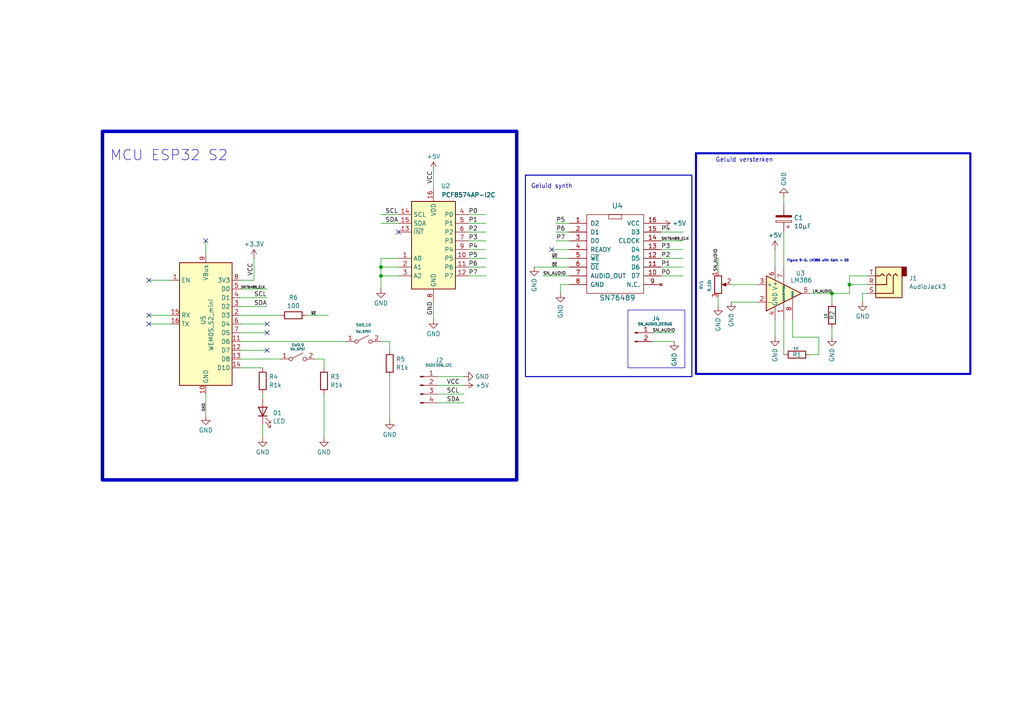
<source format=kicad_sch>
(kicad_sch (version 20250114) (generator "eeschema") (generator_version "9.0")
  (paper "A4")
  (title_block (title "SN76489 midi synth") (date "2026-01-09") (rev "0.1") (company "Easlyab4kids"))
  (lib_symbols
    (symbol "Amplifier_Audio:LM386" (pin_names (offset 0.127))
      (property "Reference" "U" (at 1.27 7.62 0))
      (property "Value" "LM386" (at 1.27 5.08 0))
      (symbol "LM386_0_1"
        (polyline (pts (xy 5.08 0) (xy -5.08 5.08) (xy -5.08 -5.08) (xy 5.08 0)) (stroke (width 0.254)) (fill (type background)))
      )
      (symbol "LM386_1_1"
        (pin input line (at -7.62 2.54 0) (length 2.54) (name "+") (number "3"))
        (pin input line (at -7.62 -2.54 0) (length 2.54) (name "-") (number "2"))
        (pin power_in line (at -2.54 7.62 270) (length 3.81) (name "V+") (number "6"))
        (pin power_in line (at -2.54 -7.62 90) (length 3.81) (name "GND") (number "4"))
        (pin input line (at 0 7.62 270) (length 5.08) (name "BYPASS") (number "7"))
        (pin input line (at 0 -7.62 90) (length 5.08) (name "GAIN") (number "1"))
        (pin input line (at 2.54 -7.62 90) (length 6.35) (name "GAIN") (number "8"))
        (pin output line (at 7.62 0 180) (length 2.54) (name "~") (number "5"))
      )
    )
    (symbol "Connector:Conn_01x02_Pin" (pin_names (offset 1.016) (hide yes))
      (property "Reference" "J" (at 0 2.54 0))
      (property "Value" "Conn_01x02_Pin" (at 0 -5.08 0))
      (symbol "Conn_01x02_Pin_1_1"
        (rectangle (start 0.8636 0.127) (end 0 -0.127) (stroke (width 0.1524)) (fill (type outline)))
        (rectangle (start 0.8636 -2.413) (end 0 -2.667) (stroke (width 0.1524)) (fill (type outline)))
        (polyline (pts (xy 1.27 0) (xy 0.8636 0)) (stroke (width 0.1524)))
        (polyline (pts (xy 1.27 -2.54) (xy 0.8636 -2.54)) (stroke (width 0.1524)))
        (pin passive line (at 5.08 0 180) (length 3.81) (name "Pin_1") (number "1"))
        (pin passive line (at 5.08 -2.54 180) (length 3.81) (name "Pin_2") (number "2"))
      )
    )
    (symbol "Connector:Conn_01x04_Pin" (pin_names (offset 1.016) (hide yes))
      (property "Reference" "J" (at 0 5.08 0))
      (property "Value" "Conn_01x04_Pin" (at 0 -7.62 0))
      (symbol "Conn_01x04_Pin_1_1"
        (rectangle (start 0.8636 2.667) (end 0 2.413) (stroke (width 0.1524)) (fill (type outline)))
        (rectangle (start 0.8636 0.127) (end 0 -0.127) (stroke (width 0.1524)) (fill (type outline)))
        (rectangle (start 0.8636 -2.413) (end 0 -2.667) (stroke (width 0.1524)) (fill (type outline)))
        (rectangle (start 0.8636 -4.953) (end 0 -5.207) (stroke (width 0.1524)) (fill (type outline)))
        (polyline (pts (xy 1.27 2.54) (xy 0.8636 2.54)) (stroke (width 0.1524)))
        (polyline (pts (xy 1.27 0) (xy 0.8636 0)) (stroke (width 0.1524)))
        (polyline (pts (xy 1.27 -2.54) (xy 0.8636 -2.54)) (stroke (width 0.1524)))
        (polyline (pts (xy 1.27 -5.08) (xy 0.8636 -5.08)) (stroke (width 0.1524)))
        (pin passive line (at 5.08 2.54 180) (length 3.81) (name "Pin_1") (number "1"))
        (pin passive line (at 5.08 0 180) (length 3.81) (name "Pin_2") (number "2"))
        (pin passive line (at 5.08 -2.54 180) (length 3.81) (name "Pin_3") (number "3"))
        (pin passive line (at 5.08 -5.08 180) (length 3.81) (name "Pin_4") (number "4"))
      )
    )
    (symbol "Connector_Audio:AudioJack3"
      (property "Reference" "J" (at 0 8.89 0))
      (property "Value" "AudioJack3" (at 0 6.35 0))
      (symbol "AudioJack3_0_1"
        (rectangle (start -5.08 -5.08) (end -6.35 -2.54) (stroke (width 0.254)) (fill (type outline)))
        (polyline (pts (xy -1.905 -2.54) (xy -1.27 -3.175) (xy -0.635 -2.54) (xy -0.635 0) (xy 2.54 0)) (stroke (width 0.254)))
        (polyline (pts (xy 0 -2.54) (xy 0.635 -3.175) (xy 1.27 -2.54) (xy 2.54 -2.54)) (stroke (width 0.254)))
        (rectangle (start 2.54 3.81) (end -5.08 -5.08) (stroke (width 0.254)) (fill (type background)))
        (polyline (pts (xy 2.54 2.54) (xy -2.54 2.54) (xy -2.54 -2.54) (xy -3.175 -3.175) (xy -3.81 -2.54)) (stroke (width 0.254)))
      )
      (symbol "AudioJack3_1_1"
        (pin passive line (at 5.08 2.54 180) (length 2.54) (name "~") (number "S"))
        (pin passive line (at 5.08 0 180) (length 2.54) (name "~") (number "R"))
        (pin passive line (at 5.08 -2.54 180) (length 2.54) (name "~") (number "T"))
      )
    )
    (symbol "Device:C_Polarized" (pin_numbers (hide yes)) (pin_names (offset 0.254))
      (property "Reference" "C" (at 0.635 2.54 0))
      (property "Value" "C_Polarized" (at 0.635 -2.54 0))
      (symbol "C_Polarized_0_1"
        (rectangle (start -2.286 0.508) (end 2.286 1.016))
        (polyline (pts (xy -1.778 2.286) (xy -0.762 2.286)))
        (polyline (pts (xy -1.27 2.794) (xy -1.27 1.778)))
        (rectangle (start 2.286 -0.508) (end -2.286 -1.016) (fill (type outline)))
      )
      (symbol "C_Polarized_1_1"
        (pin passive line (at 0 3.81 270) (length 2.794) (name "~") (number "1"))
        (pin passive line (at 0 -3.81 90) (length 2.794) (name "~") (number "2"))
      )
    )
    (symbol "Device:LED" (pin_numbers (hide yes)) (pin_names (offset 1.016) (hide yes))
      (property "Reference" "D" (at 0 2.54 0))
      (property "Value" "LED" (at 0 -2.54 0))
      (symbol "LED_0_1"
        (polyline (pts (xy -3.048 -0.762) (xy -4.572 -2.286) (xy -3.81 -2.286) (xy -4.572 -2.286) (xy -4.572 -1.524)))
        (polyline (pts (xy -1.778 -0.762) (xy -3.302 -2.286) (xy -2.54 -2.286) (xy -3.302 -2.286) (xy -3.302 -1.524)))
        (polyline (pts (xy -1.27 0) (xy 1.27 0)))
        (polyline (pts (xy -1.27 -1.27) (xy -1.27 1.27)) (stroke (width 0.254)))
        (polyline (pts (xy 1.27 -1.27) (xy 1.27 1.27) (xy -1.27 0) (xy 1.27 -1.27)) (stroke (width 0.254)))
      )
      (symbol "LED_1_1"
        (pin passive line (at -3.81 0 0) (length 2.54) (name "K") (number "1"))
        (pin passive line (at 3.81 0 180) (length 2.54) (name "A") (number "2"))
      )
    )
    (symbol "Device:R" (pin_numbers (hide yes)) (pin_names (offset 0))
      (property "Reference" "R" (at 2.032 0 90))
      (property "Value" "R" (at 0 0 90))
      (symbol "R_0_1"
        (rectangle (start -1.016 -2.54) (end 1.016 2.54) (stroke (width 0.254)))
      )
      (symbol "R_1_1"
        (pin passive line (at 0 3.81 270) (length 1.27) (name "~") (number "1"))
        (pin passive line (at 0 -3.81 90) (length 1.27) (name "~") (number "2"))
      )
    )
    (symbol "Device:R_Potentiometer" (pin_names (offset 1.016) (hide yes))
      (property "Reference" "RV" (at -4.445 0 90))
      (property "Value" "R_Potentiometer" (at -2.54 0 90))
      (symbol "R_Potentiometer_0_1"
        (rectangle (start 1.016 2.54) (end -1.016 -2.54) (stroke (width 0.254)))
        (polyline (pts (xy 1.143 0) (xy 2.286 0.508) (xy 2.286 -0.508) (xy 1.143 0)) (fill (type outline)))
        (polyline (pts (xy 2.54 0) (xy 1.524 0)))
      )
      (symbol "R_Potentiometer_1_1"
        (pin passive line (at 0 3.81 270) (length 1.27) (name "1") (number "1"))
        (pin passive line (at 0 -3.81 90) (length 1.27) (name "3") (number "3"))
        (pin passive line (at 3.81 0 180) (length 1.27) (name "2") (number "2"))
      )
    )
    (symbol "Interface_Expansion:PCF8574AP"
      (property "Reference" "U" (at -6.35 12.954 0))
      (property "Value" "PCF8574AP" (at 3.048 12.954 0))
      (symbol "PCF8574AP_0_1"
        (rectangle (start -6.35 -13.97) (end 6.35 11.43) (stroke (width 0.254)) (fill (type background)))
      )
      (symbol "PCF8574AP_1_1"
        (pin input line (at -10.16 7.62 0) (length 3.81) (name "SCL") (number "14"))
        (pin bidirectional line (at -10.16 5.08 0) (length 3.81) (name "SDA") (number "15"))
        (pin open_collector line (at -10.16 2.54 0) (length 3.81) (name "~{INT}") (number "13"))
        (pin input line (at -10.16 -5.08 0) (length 3.81) (name "A0") (number "1"))
        (pin input line (at -10.16 -7.62 0) (length 3.81) (name "A1") (number "2"))
        (pin input line (at -10.16 -10.16 0) (length 3.81) (name "A2") (number "3"))
        (pin power_in line (at 0 15.24 270) (length 3.81) (name "VDD") (number "16"))
        (pin power_in line (at 0 -17.78 90) (length 3.81) (name "GND") (number "8"))
        (pin bidirectional line (at 10.16 7.62 180) (length 3.81) (name "P0") (number "4"))
        (pin bidirectional line (at 10.16 5.08 180) (length 3.81) (name "P1") (number "5"))
        (pin bidirectional line (at 10.16 2.54 180) (length 3.81) (name "P2") (number "6"))
        (pin bidirectional line (at 10.16 0 180) (length 3.81) (name "P3") (number "7"))
        (pin bidirectional line (at 10.16 -2.54 180) (length 3.81) (name "P4") (number "9"))
        (pin bidirectional line (at 10.16 -5.08 180) (length 3.81) (name "P5") (number "10"))
        (pin bidirectional line (at 10.16 -7.62 180) (length 3.81) (name "P6") (number "11"))
        (pin bidirectional line (at 10.16 -10.16 180) (length 3.81) (name "P7") (number "12"))
      )
    )
    (symbol "RF_Module:WEMOS_C3_mini"
      (property "Reference" "U" (at 3.81 19.05 0))
      (property "Value" "WEMOS_C3_mini" (at 1.27 -19.05 0))
      (symbol "WEMOS_C3_mini_1_1"
        (rectangle (start -7.62 17.78) (end 7.62 -17.78) (stroke (width 0.254)) (fill (type background)))
        (pin input line (at -10.16 12.7 0) (length 2.54) (name "EN") (number "1"))
        (pin input line (at -10.16 2.54 0) (length 2.54) (name "RX") (number "15"))
        (pin output line (at -10.16 0 0) (length 2.54) (name "TX") (number "16"))
        (pin power_in line (at 0 20.32 270) (length 2.54) (name "VBus") (number "9"))
        (pin power_in line (at 0 -20.32 90) (length 2.54) (name "GND") (number "10"))
        (pin power_out line (at 10.16 12.7 180) (length 2.54) (name "3V3") (number "8"))
        (pin bidirectional line (at 10.16 10.16 180) (length 2.54) (name "D0") (number "5"))
        (pin bidirectional line (at 10.16 7.62 180) (length 2.54) (name "D1") (number "4"))
        (pin bidirectional line (at 10.16 5.08 180) (length 2.54) (name "D2") (number "3"))
        (pin bidirectional line (at 10.16 2.54 180) (length 2.54) (name "D3") (number "2"))
        (pin bidirectional line (at 10.16 0 180) (length 2.54) (name "D4") (number "6"))
        (pin bidirectional line (at 10.16 -2.54 180) (length 2.54) (name "D5") (number "7"))
        (pin bidirectional line (at 10.16 -5.08 180) (length 2.54) (name "D6") (number "11"))
        (pin bidirectional line (at 10.16 -7.62 180) (length 2.54) (name "D7") (number "12"))
        (pin bidirectional line (at 10.16 -10.16 180) (length 2.54) (name "D8") (number "13"))
        (pin bidirectional line (at 10.16 -12.7 180) (length 2.54) (name "D10") (number "14"))
      )
    )
    (symbol "Switch:SW_SPST" (pin_names (offset 0) (hide yes))
      (property "Reference" "SW" (at 0 3.175 0))
      (property "Value" "SW_SPST" (at 0 -2.54 0))
      (symbol "SW_SPST_0_0"
        (circle (center -2.032 0) (radius 0.508))
        (polyline (pts (xy -1.524 0.254) (xy 1.524 1.778)))
        (circle (center 2.032 0) (radius 0.508))
      )
      (symbol "SW_SPST_1_1"
        (pin passive line (at -5.08 0 0) (length 2.54) (name "A") (number "1"))
        (pin passive line (at 5.08 0 180) (length 2.54) (name "B") (number "2"))
      )
    )
    (symbol "easylab4kids:SN76489" (pin_names (offset 1.016))
      (property "Reference" "U" (at 0 13.97 0))
      (property "Value" "SN76489" (at 0 -12.7 0))
      (symbol "SN76489_0_1"
        (rectangle (start -8.89 11.43) (end 7.62 -11.43))
        (rectangle (start -2.54 11.43) (end 1.27 10.16))
      )
      (symbol "SN76489_1_1"
        (pin input line (at -13.97 8.89 0) (length 5.08) (name "D2") (number "1"))
        (pin input line (at -13.97 6.35 0) (length 5.08) (name "D1") (number "2"))
        (pin output line (at -13.97 3.81 0) (length 5.08) (name "D0") (number "3"))
        (pin power_out line (at -13.97 1.27 0) (length 5.08) (name "READY") (number "4"))
        (pin power_in line (at -13.97 -1.27 0) (length 5.08) (name "~{WE}") (number "5"))
        (pin power_in line (at -13.97 -3.81 0) (length 5.08) (name "~{OE}") (number "6"))
        (pin input line (at -13.97 -6.35 0) (length 5.08) (name "AUDIO_OUT") (number "7"))
        (pin power_in line (at -13.97 -8.89 0) (length 5.08) (name "GND") (number "8"))
        (pin power_in line (at 12.7 8.89 180) (length 5.08) (name "VCC") (number "16"))
        (pin input line (at 12.7 6.35 180) (length 5.08) (name "D3") (number "15"))
        (pin input line (at 12.7 3.81 180) (length 5.08) (name "CLOCK") (number "14"))
        (pin input line (at 12.7 1.27 180) (length 5.08) (name "D4") (number "13"))
        (pin input line (at 12.7 -1.27 180) (length 5.08) (name "D5") (number "12"))
        (pin input line (at 12.7 -3.81 180) (length 5.08) (name "D6") (number "11"))
        (pin input line (at 12.7 -6.35 180) (length 5.08) (name "D7") (number "10"))
        (pin no_connect line (at 12.7 -8.89 180) (length 5.08) (name "N.C.") (number "9"))
      )
    )
    (symbol "power:+3.3V" (power) (pin_numbers (hide yes)) (pin_names (offset 0) (hide yes))
      (property "Value" "+3.3V" (at 0 3.556 0))
      (symbol "+3.3V_0_1"
        (polyline (pts (xy -0.762 1.27) (xy 0 2.54)))
        (polyline (pts (xy 0 2.54) (xy 0.762 1.27)))
        (polyline (pts (xy 0 0) (xy 0 2.54)))
      )
      (symbol "+3.3V_1_1"
        (pin power_in line (at 0 0 90) (length 0) (name "~") (number "1"))
      )
    )
    (symbol "power:+5V" (power) (pin_numbers (hide yes)) (pin_names (offset 0) (hide yes))
      (property "Value" "+5V" (at 0 3.556 0))
      (symbol "+5V_0_1"
        (polyline (pts (xy -0.762 1.27) (xy 0 2.54)))
        (polyline (pts (xy 0 2.54) (xy 0.762 1.27)))
        (polyline (pts (xy 0 0) (xy 0 2.54)))
      )
      (symbol "+5V_1_1"
        (pin power_in line (at 0 0 90) (length 0) (name "~") (number "1"))
      )
    )
    (symbol "power:GND" (power) (pin_numbers (hide yes)) (pin_names (offset 0) (hide yes))
      (property "Value" "GND" (at 0 -3.81 0))
      (symbol "GND_0_1"
        (polyline (pts (xy 0 0) (xy 0 -1.27) (xy 1.27 -1.27) (xy 0 -2.54) (xy -1.27 -1.27) (xy 0 -1.27)))
      )
      (symbol "GND_1_1"
        (pin power_in line (at 0 0 270) (length 0) (name "~") (number "1"))
      )
    )
  )
  (rectangle (start 182.118 89.916) (end 198.628 106.68))
  (rectangle (start 152.4 50.8) (end 200.66 109.22) (stroke (width 0.3)))
  (rectangle (start 201.8594 44.45) (end 281.432 108.458) (stroke (width 0.6)))
  (rectangle (start 29.718 38.1) (end 149.86 139.192) (stroke (width 1)))
  (text "Geluid versterken\n" (at 215.9 46.482 0) (effects (font (size 1.27 1.27))))
  (text "Figure 9-5. LM386 with Gain = 50" (at 237.236 75.692 0) (effects (font (size 0.66 0.66))))
  (text "MCU ESP32 S2" (at 49.022 45.212 0) (effects (font (size 3 3))))
  (text "Geluid synth" (at 160.02 54.102 0) (effects (font (size 1.27 1.27))))
  (junction (at 246.38 82.55))
  (junction (at 110.49 77.47))
  (junction (at 110.49 80.01))
  (junction (at 241.3 85.09))
  (no_connect (at 43.18 91.44))
  (no_connect (at 43.18 81.28))
  (no_connect (at 160.02 72.39))
  (no_connect (at 77.47 96.52))
  (no_connect (at 43.18 93.98))
  (no_connect (at 77.47 101.6))
  (no_connect (at 115.57 67.31))
  (no_connect (at 59.69 69.85))
  (no_connect (at 77.47 93.98))
  (wire (pts (xy 246.38 82.55) (xy 251.46 82.55)))
  (wire (pts (xy 69.85 99.06) (xy 100.33 99.06)))
  (wire (pts (xy 69.85 86.36) (xy 77.47 86.36)))
  (wire (pts (xy 91.44 104.14) (xy 93.98 104.14)))
  (wire (pts (xy 69.85 101.6) (xy 77.47 101.6)))
  (wire (pts (xy 135.89 69.85) (xy 140.97 69.85)))
  (wire (pts (xy 246.38 80.01) (xy 246.38 82.55)))
  (wire (pts (xy 241.3 95.25) (xy 241.3 97.79)))
  (wire (pts (xy 154.94 77.47) (xy 165.1 77.47)))
  (wire (pts (xy 191.77 74.93) (xy 198.12 74.93)))
  (wire (pts (xy 76.2 123.19) (xy 76.2 127)))
  (wire (pts (xy 191.77 77.47) (xy 198.12 77.47)))
  (wire (pts (xy 125.73 49.53) (xy 125.73 54.61)))
  (wire (pts (xy 135.89 64.77) (xy 140.97 64.77)))
  (wire (pts (xy 59.69 69.85) (xy 59.69 73.66)))
  (wire (pts (xy 135.89 80.01) (xy 140.97 80.01)))
  (wire (pts (xy 208.28 86.36) (xy 208.28 88.9)))
  (wire (pts (xy 224.79 92.71) (xy 224.79 97.79)))
  (wire (pts (xy 135.89 77.47) (xy 140.97 77.47)))
  (wire (pts (xy 135.89 72.39) (xy 140.97 72.39)))
  (wire (pts (xy 110.49 77.47) (xy 115.57 77.47)))
  (wire (pts (xy 241.3 85.09) (xy 241.3 87.63)))
  (wire (pts (xy 191.77 72.39) (xy 198.12 72.39)))
  (wire (pts (xy 165.1 82.55) (xy 162.56 82.55)))
  (wire (pts (xy 160.02 72.39) (xy 165.1 72.39)))
  (wire (pts (xy 135.89 67.31) (xy 140.97 67.31)))
  (wire (pts (xy 69.85 81.28) (xy 73.66 81.28)))
  (wire (pts (xy 69.85 88.9) (xy 77.47 88.9)))
  (wire (pts (xy 135.89 74.93) (xy 140.97 74.93)))
  (wire (pts (xy 250.19 85.09) (xy 250.19 87.63)))
  (wire (pts (xy 43.18 93.98) (xy 49.53 93.98)))
  (wire (pts (xy 246.38 82.55) (xy 246.38 85.09)))
  (wire (pts (xy 208.28 74.93) (xy 208.28 78.74)))
  (wire (pts (xy 69.85 104.14) (xy 81.28 104.14)))
  (wire (pts (xy 161.29 67.31) (xy 165.1 67.31)))
  (wire (pts (xy 157.48 80.01) (xy 165.1 80.01)))
  (wire (pts (xy 110.49 80.01) (xy 115.57 80.01)))
  (wire (pts (xy 69.85 83.82) (xy 77.47 83.82)))
  (wire (pts (xy 113.03 99.06) (xy 113.03 101.6)))
  (wire (pts (xy 189.23 96.52) (xy 195.58 96.52)))
  (wire (pts (xy 127 114.3) (xy 134.62 114.3)))
  (wire (pts (xy 234.95 85.09) (xy 241.3 85.09)))
  (wire (pts (xy 110.49 80.01) (xy 110.49 83.82)))
  (wire (pts (xy 251.46 80.01) (xy 246.38 80.01)))
  (wire (pts (xy 115.57 74.93) (xy 110.49 74.93)))
  (wire (pts (xy 227.33 57.15) (xy 227.33 59.69)))
  (wire (pts (xy 191.77 80.01) (xy 198.12 80.01)))
  (wire (pts (xy 227.33 67.31) (xy 227.33 77.47)))
  (wire (pts (xy 229.87 92.71) (xy 229.87 97.79)))
  (wire (pts (xy 127 111.76) (xy 134.62 111.76)))
  (wire (pts (xy 229.87 97.79) (xy 237.49 97.79)))
  (wire (pts (xy 113.03 109.22) (xy 113.03 121.92)))
  (wire (pts (xy 76.2 114.3) (xy 76.2 115.57)))
  (wire (pts (xy 43.18 81.28) (xy 49.53 81.28)))
  (wire (pts (xy 110.49 64.77) (xy 115.57 64.77)))
  (wire (pts (xy 93.98 114.3) (xy 93.98 127)))
  (wire (pts (xy 93.98 104.14) (xy 93.98 106.68)))
  (wire (pts (xy 127 116.84) (xy 134.62 116.84)))
  (wire (pts (xy 227.33 92.71) (xy 227.33 102.87)))
  (wire (pts (xy 161.29 64.77) (xy 165.1 64.77)))
  (wire (pts (xy 73.66 74.93) (xy 73.66 81.28)))
  (wire (pts (xy 43.18 91.44) (xy 49.53 91.44)))
  (wire (pts (xy 69.85 93.98) (xy 77.47 93.98)))
  (wire (pts (xy 191.77 69.85) (xy 198.12 69.85)))
  (wire (pts (xy 161.29 69.85) (xy 165.1 69.85)))
  (wire (pts (xy 88.9 91.44) (xy 95.25 91.44)))
  (wire (pts (xy 189.23 99.06) (xy 195.58 99.06)))
  (wire (pts (xy 212.09 87.63) (xy 219.71 87.63)))
  (wire (pts (xy 162.56 82.55) (xy 162.56 85.09)))
  (wire (pts (xy 127 109.22) (xy 134.62 109.22)))
  (wire (pts (xy 59.69 114.3) (xy 59.69 120.65)))
  (wire (pts (xy 69.85 106.68) (xy 76.2 106.68)))
  (wire (pts (xy 212.09 82.55) (xy 219.71 82.55)))
  (wire (pts (xy 110.49 77.47) (xy 110.49 80.01)))
  (wire (pts (xy 135.89 62.23) (xy 140.97 62.23)))
  (wire (pts (xy 191.77 67.31) (xy 198.12 67.31)))
  (wire (pts (xy 241.3 85.09) (xy 246.38 85.09)))
  (wire (pts (xy 160.02 74.93) (xy 165.1 74.93)))
  (wire (pts (xy 224.79 72.39) (xy 224.79 77.47)))
  (wire (pts (xy 69.85 96.52) (xy 77.47 96.52)))
  (wire (pts (xy 237.49 102.87) (xy 234.95 102.87)))
  (wire (pts (xy 110.49 74.93) (xy 110.49 77.47)))
  (wire (pts (xy 125.73 87.63) (xy 125.73 92.71)))
  (wire (pts (xy 251.46 85.09) (xy 250.19 85.09)))
  (wire (pts (xy 110.49 62.23) (xy 115.57 62.23)))
  (wire (pts (xy 69.85 91.44) (xy 81.28 91.44)))
  (wire (pts (xy 237.49 97.79) (xy 237.49 102.87)))
  (wire (pts (xy 110.49 99.06) (xy 113.03 99.06)))
  (label "VCC" (at 125.73 53.34 90))
  (label "SN_AUDIO" (at 157.48 80.01 0) (effects (font (size 0.9 0.9))))
  (label "GND" (at 59.69 119.38 90) (effects (font (size 0.77 0.77))))
  (label "P5" (at 135.89 74.93 0))
  (label "~{WE}" (at 90.17 91.44 0) (effects (font (size 0.66 0.66))))
  (label "P7" (at 161.29 69.85 0))
  (label "P1" (at 191.77 77.47 0))
  (label "VCC" (at 129.54 111.76 0))
  (label "SN_AUDIO" (at 189.23 96.52 0) (effects (font (size 0.9 0.9))))
  (label "P0" (at 135.89 62.23 0))
  (label "P3" (at 191.77 72.39 0))
  (label "GND" (at 125.73 91.44 90))
  (label "SN76489_CLK" (at 191.77 69.85 0) (effects (font (size 0.77 0.77))))
  (label "SCL" (at 73.66 86.36 0))
  (label "~{OE}" (at 160.02 77.47 0) (effects (font (size 0.77 0.77))))
  (label "SDA" (at 111.76 64.77 0))
  (label "P0" (at 191.77 80.01 0))
  (label "VCC" (at 73.66 80.01 90))
  (label "P1" (at 135.89 64.77 0))
  (label "P2" (at 191.77 74.93 0))
  (label "P5" (at 161.29 64.77 0))
  (label "SCL" (at 129.54 114.3 0))
  (label "~{WE}" (at 160.02 74.93 0) (effects (font (size 0.77 0.77))))
  (label "SDA" (at 129.54 116.84 0))
  (label "SCL" (at 111.76 62.23 0))
  (label "P2" (at 135.89 67.31 0))
  (label "P3" (at 135.89 69.85 0))
  (label "P7" (at 135.89 80.01 0))
  (label "P6" (at 135.89 77.47 0))
  (label "SN_AUDIO" (at 208.28 78.74 90) (effects (font (size 0.9 0.9))))
  (label "LM_AUDIO" (at 241.3 85.09 180) (effects (font (size 0.77 0.77))))
  (label "SDA" (at 73.66 88.9 0))
  (label "P4" (at 135.89 72.39 0))
  (label "SN76489_CLK" (at 69.85 83.82 0) (effects (font (size 0.67 0.67))))
  (label "P4" (at 191.77 67.31 0))
  (label "P6" (at 161.29 67.31 0))
  (symbol (lib_id "power:GND") (at 195.58 99.06 0) (unit 1)
    (property "Reference" "#PWR016" (effects (hide yes)))
    (property "Value" "GND" (at 195.58 102.235 90) (effects (justify right)))
    (property "Description" "Power symbol creates a global label with name \"GND\" , ground" (effects (hide yes)))
  )
  (symbol (lib_id "Connector:Conn_01x02_Pin") (at 184.15 96.52 0) (unit 1)
    (property "Reference" "J4" (at 190.246 92.456 0))
    (property "Value" "SN_AUDIO_DEBUG" (at 189.992 93.98 0) (effects (font (size 0.77 0.77))))
    (property "Footprint" "Connector_PinHeader_2.00mm:PinHeader_1x02_P2.00mm_Vertical" (effects (hide yes)))
    (property "Description" "Generic connector, single row, 01x02, script generated" (effects (hide yes)))
  )
  (symbol (lib_id "power:GND") (at 59.69 120.65 0) (unit 1)
    (property "Reference" "#PWR023" (effects (hide yes)))
    (property "Value" "GND" (at 59.69 124.7831 0))
    (property "Description" "Power symbol creates a global label with name \"GND\" , ground" (effects (hide yes)))
  )
  (symbol (lib_id "power:GND") (at 76.2 127 0) (unit 1)
    (property "Reference" "#PWR019" (effects (hide yes)))
    (property "Value" "GND" (at 76.2 131.1331 0))
    (property "Description" "Power symbol creates a global label with name \"GND\" , ground" (effects (hide yes)))
  )
  (symbol (lib_id "Device:R") (at 76.2 110.49 0) (unit 1)
    (property "Reference" "R4" (at 77.978 109.2778 0) (effects (justify left)))
    (property "Value" "R1k" (at 77.978 111.7021 0) (effects (justify left)))
    (property "Footprint" "Resistor_THT:R_Axial_DIN0204_L3.6mm_D1.6mm_P7.62mm_Horizontal" (effects (hide yes)))
    (property "Description" "Resistor" (effects (hide yes)))
  )
  (symbol (lib_id "power:GND") (at 113.03 121.92 0) (unit 1)
    (property "Reference" "#PWR021" (effects (hide yes)))
    (property "Value" "GND" (at 113.03 126.0531 0))
    (property "Description" "Power symbol creates a global label with name \"GND\" , ground" (effects (hide yes)))
  )
  (symbol (lib_id "power:GND") (at 110.49 83.82 0) (unit 1)
    (property "Reference" "#PWR017" (effects (hide yes)))
    (property "Value" "GND" (at 110.49 87.9531 0))
    (property "Description" "Power symbol creates a global label with name \"GND\" , ground" (effects (hide yes)))
  )
  (symbol (lib_id "Interface_Expansion:PCF8574AP") (at 125.73 69.85 0) (unit 1)
    (property "Reference" "U2" (at 127.8733 53.9415 0) (effects (justify left)))
    (property "Value" "PCF8574AP-I2C" (at 127.8733 56.5329 0) (effects (font (thickness 0.254) (bold yes)) (justify left)))
    (property "Footprint" "Package_DIP:DIP-16_W7.62mm" (effects (hide yes)))
    (property "Datasheet" "http://www.nxp.com/docs/en/data-sheet/PCF8574_PCF8574A.pdf" (effects (hide yes)))
    (property "Description" "8 Bit Port/Expander to I2C Bus, fixed address bits 0b0111, DIP-16" (effects (hide yes)))
  )
  (symbol (lib_id "Device:R") (at 231.14 102.87 90) (unit 1)
    (property "Reference" "R1" (at 231.14 102.87 90))
    (property "Value" "1K" (at 230.886 101.092 90) (effects (font (size 0.77 0.77))))
    (property "Footprint" "Resistor_THT:R_Axial_DIN0204_L3.6mm_D1.6mm_P7.62mm_Horizontal" (effects (hide yes)))
    (property "Description" "Resistor" (effects (hide yes)))
  )
  (symbol (lib_id "power:+3.3V") (at 73.66 74.93 0) (unit 1)
    (property "Reference" "#PWR022" (effects (hide yes)))
    (property "Value" "+3.3V" (at 73.66 70.7969 0))
    (property "Description" "Power symbol creates a global label with name \"+3.3V\"" (effects (hide yes)))
  )
  (symbol (lib_id "power:GND") (at 93.98 127 0) (unit 1)
    (property "Reference" "#PWR018" (effects (hide yes)))
    (property "Value" "GND" (at 93.98 131.1331 0))
    (property "Description" "Power symbol creates a global label with name \"GND\" , ground" (effects (hide yes)))
  )
  (symbol (lib_id "Device:C_Polarized") (at 227.33 63.5 180) (unit 1)
    (property "Reference" "C1" (at 230.251 63.1768 0) (effects (justify right)))
    (property "Value" "10µF" (at 230.251 65.6011 0) (effects (justify right)))
    (property "Footprint" "Capacitor_THT:C_Radial_D6.3mm_H5.0mm_P2.50mm" (effects (hide yes)))
    (property "Description" "Polarized capacitor" (effects (hide yes)))
  )
  (symbol (lib_id "power:GND") (at 212.09 87.63 0) (unit 1)
    (property "Reference" "#PWR014" (effects (hide yes)))
    (property "Value" "GND" (at 212.09 90.805 90) (effects (justify right)))
    (property "Description" "Power symbol creates a global label with name \"GND\" , ground" (effects (hide yes)))
  )
  (symbol (lib_id "Connector:Conn_01x04_Pin") (at 121.92 111.76 0) (unit 1)
    (property "Reference" "J2" (at 127.381 104.4913 0))
    (property "Value" "SSD1306_I2C" (at 127.254 105.918 0) (effects (font (size 0.77 0.77))))
    (property "Footprint" "Display:Adafruit_SSD1306" (effects (hide yes)))
    (property "Description" "Generic connector, single row, 01x04, script generated" (effects (hide yes)))
  )
  (symbol (lib_id "power:GND") (at 154.94 77.47 0) (unit 1)
    (property "Reference" "#PWR020" (effects (hide yes)))
    (property "Value" "GND" (at 154.94 80.645 90) (effects (justify right)))
    (property "Description" "Power symbol creates a global label with name \"GND\" , ground" (effects (hide yes)))
  )
  (symbol (lib_id "power:+5V") (at 191.77 64.77 270) (unit 1)
    (property "Reference" "#PWR05" (effects (hide yes)))
    (property "Value" "+5V" (at 194.945 64.77 90) (effects (justify left)))
    (property "Description" "Power symbol creates a global label with name \"+5V\"" (effects (hide yes)))
  )
  (symbol (lib_id "Device:R") (at 113.03 105.41 0) (unit 1)
    (property "Reference" "R5" (at 114.808 104.1978 0) (effects (justify left)))
    (property "Value" "R1k" (at 114.808 106.6221 0) (effects (justify left)))
    (property "Footprint" "Resistor_THT:R_Axial_DIN0204_L3.6mm_D1.6mm_P7.62mm_Horizontal" (effects (hide yes)))
    (property "Description" "Resistor" (effects (hide yes)))
  )
  (symbol (lib_id "easylab4kids:SN76489") (at 179.07 73.66 0) (unit 1)
    (property "Reference" "U4" (at 179.07 59.69 0) (effects (font (size 1.524 1.524))))
    (property "Value" "SN76489" (at 179.07 86.36 0) (effects (font (size 1.524 1.524))))
    (property "Footprint" "Package_DIP:DIP-16_W7.62mm" (effects (hide yes)))
    (property "Datasheet" "https://map.grauw.nl/resources/sound/texas_instruments_sn76489an.pdf" (effects (hide yes)))
  )
  (symbol (lib_id "power:GND") (at 250.19 87.63 0) (unit 1)
    (property "Reference" "#PWR010" (effects (hide yes)))
    (property "Value" "GND" (at 250.19 91.7631 0))
    (property "Description" "Power symbol creates a global label with name \"GND\" , ground" (effects (hide yes)))
  )
  (symbol (lib_id "power:GND") (at 125.73 92.71 0) (unit 1)
    (property "Reference" "#PWR03" (effects (hide yes)))
    (property "Value" "GND" (at 125.73 96.8431 0))
    (property "Description" "Power symbol creates a global label with name \"GND\" , ground" (effects (hide yes)))
  )
  (symbol (lib_id "Connector_Audio:AudioJack3") (at 256.54 82.55 180) (unit 1)
    (property "Reference" "J1" (at 263.652 80.7028 0) (effects (justify right)))
    (property "Value" "AudioJack3" (at 263.652 83.1271 0) (effects (justify right)))
    (property "Footprint" "Connector_Audio:Jack_3.5mm_CUI_SJ1-3515N_Horizontal" (effects (hide yes)))
    (property "Description" "Audio Jack, 3 Poles (Stereo / TRS)" (effects (hide yes)))
  )
  (symbol (lib_id "power:GND") (at 162.56 85.09 0) (unit 1)
    (property "Reference" "#PWR06" (effects (hide yes)))
    (property "Value" "GND" (at 162.56 88.265 90) (effects (justify right)))
    (property "Description" "Power symbol creates a global label with name \"GND\" , ground" (effects (hide yes)))
  )
  (symbol (lib_id "Device:R") (at 93.98 110.49 0) (unit 1)
    (property "Reference" "R3" (at 95.758 109.2778 0) (effects (justify left)))
    (property "Value" "R1k" (at 95.758 111.7021 0) (effects (justify left)))
    (property "Footprint" "Resistor_THT:R_Axial_DIN0204_L3.6mm_D1.6mm_P7.62mm_Horizontal" (effects (hide yes)))
    (property "Description" "Resistor" (effects (hide yes)))
  )
  (symbol (lib_id "power:GND") (at 134.62 109.22 90) (unit 1)
    (property "Reference" "#PWR08" (effects (hide yes)))
    (property "Value" "GND" (at 137.795 109.22 90) (effects (justify right)))
    (property "Description" "Power symbol creates a global label with name \"GND\" , ground" (effects (hide yes)))
  )
  (symbol (lib_id "Switch:SW_SPST") (at 86.36 104.14 0) (unit 1)
    (property "Reference" "SW0,9" (at 86.36 100.076 0) (effects (font (size 0.8 0.8))))
    (property "Value" "SW_SPST" (at 86.36 101.2595 0) (effects (font (size 0.66 0.66))))
    (property "Footprint" "Button_Switch_THT:KSA_Tactile_SPST" (effects (hide yes)))
    (property "Description" "Single Pole Single Throw (SPST) switch" (effects (hide yes)))
  )
  (symbol (lib_id "power:+5V") (at 134.62 111.76 270) (unit 1)
    (property "Reference" "#PWR09" (effects (hide yes)))
    (property "Value" "+5V" (at 137.795 111.76 90) (effects (justify left)))
    (property "Description" "Power symbol creates a global label with name \"+5V\"" (effects (hide yes)))
  )
  (symbol (lib_id "power:GND") (at 241.3 97.79 0) (unit 1)
    (property "Reference" "#PWR015" (effects (hide yes)))
    (property "Value" "GND" (at 241.3 100.965 90) (effects (justify right)))
    (property "Description" "Power symbol creates a global label with name \"GND\" , ground" (effects (hide yes)))
  )
  (symbol (lib_id "power:GND") (at 227.33 57.15 180) (unit 1)
    (property "Reference" "#PWR013" (effects (hide yes)))
    (property "Value" "GND" (at 227.33 53.975 90) (effects (justify right)))
    (property "Description" "Power symbol creates a global label with name \"GND\" , ground" (effects (hide yes)))
  )
  (symbol (lib_id "Switch:SW_SPST") (at 105.41 99.06 0) (unit 1)
    (property "Reference" "SW0,10" (at 105.41 94.2459 0) (effects (font (size 0.8 0.8))))
    (property "Value" "SW_SPST" (at 105.41 96.1795 0) (effects (font (size 0.66 0.66))))
    (property "Footprint" "Button_Switch_THT:KSA_Tactile_SPST" (effects (hide yes)))
    (property "Description" "Single Pole Single Throw (SPST) switch" (effects (hide yes)))
  )
  (symbol (lib_id "Device:R_Potentiometer") (at 208.28 82.55 0) (unit 1)
    (property "Reference" "RV1" (at 203.454 81.28 90) (effects (font (size 0.9 0.9)) (justify right)))
    (property "Value" "R_10k" (at 205.74 81.026 90) (effects (font (size 0.77 0.77)) (justify right)))
    (property "Footprint" "Resistor_THT:R_Axial_DIN0204_L3.6mm_D1.6mm_P7.62mm_Horizontal" (effects (hide yes)))
    (property "Description" "Potentiometer" (effects (hide yes)))
  )
  (symbol (lib_id "power:+5V") (at 224.79 72.39 0) (unit 1)
    (property "Reference" "#PWR012" (effects (hide yes)))
    (property "Value" "+5V" (at 224.79 68.2569 0))
    (property "Description" "Power symbol creates a global label with name \"+5V\"" (effects (hide yes)))
  )
  (symbol (lib_id "Device:R") (at 241.3 91.44 180) (unit 1)
    (property "Reference" "R2" (at 241.3 91.44 90))
    (property "Value" "10" (at 239.522 91.694 90) (effects (font (size 0.77 0.77))))
    (property "Footprint" "Resistor_THT:R_Axial_DIN0204_L3.6mm_D1.6mm_P7.62mm_Horizontal" (effects (hide yes)))
    (property "Description" "Resistor" (effects (hide yes)))
  )
  (symbol (lib_id "Amplifier_Audio:LM386") (at 227.33 85.09 0) (unit 1)
    (property "Reference" "U3" (at 232.156 79.248 0))
    (property "Value" "LM386" (at 232.41 81.28 0))
    (property "Footprint" "Package_DIP:DIP-8_W7.62mm" (effects (hide yes)))
    (property "Datasheet" "http://www.ti.com/lit/ds/symlink/lm386.pdf" (effects (hide yes)))
    (property "Description" "Low Voltage Audio Power Amplifier, DIP-8/SOIC-8/SSOP-8" (effects (hide yes)))
  )
  (symbol (lib_id "Device:LED") (at 76.2 119.38 90) (unit 1)
    (property "Reference" "D1" (at 79.121 119.7553 90) (effects (justify right)))
    (property "Value" "LED" (at 79.121 122.1796 90) (effects (justify right)))
    (property "Footprint" "LED_THT:LED_D3.0mm" (effects (hide yes)))
    (property "Description" "Light emitting diode" (effects (hide yes)))
    (property "Sim.Pins" "1=K 2=A" (effects (hide yes)))
  )
  (symbol (lib_id "power:GND") (at 208.28 88.9 0) (unit 1)
    (property "Reference" "#PWR07" (effects (hide yes)))
    (property "Value" "GND" (at 208.28 92.075 90) (effects (justify right)))
    (property "Description" "Power symbol creates a global label with name \"GND\" , ground" (effects (hide yes)))
  )
  (symbol (lib_id "power:+5V") (at 125.73 49.53 0) (unit 1)
    (property "Reference" "#PWR02" (effects (hide yes)))
    (property "Value" "+5V" (at 125.73 45.3969 0))
    (property "Description" "Power symbol creates a global label with name \"+5V\"" (effects (hide yes)))
  )
  (symbol (lib_id "power:GND") (at 224.79 97.79 0) (unit 1)
    (property "Reference" "#PWR011" (effects (hide yes)))
    (property "Value" "GND" (at 224.79 100.965 90) (effects (justify right)))
    (property "Description" "Power symbol creates a global label with name \"GND\" , ground" (effects (hide yes)))
  )
  (symbol (lib_id "Device:R") (at 85.09 91.44 90) (unit 1)
    (property "Reference" "R6" (at 85.09 86.2795 90))
    (property "Value" "100" (at 85.09 88.7038 90))
    (property "Footprint" "Resistor_THT:R_Axial_DIN0204_L3.6mm_D1.6mm_P7.62mm_Horizontal" (effects (hide yes)))
    (property "Description" "Resistor" (effects (hide yes)))
  )
  (symbol (lib_id "RF_Module:WEMOS_C3_mini") (at 59.69 93.98 0) (unit 1)
    (property "Reference" "U5" (at 58.928 94.234 90) (effects (justify left)))
    (property "Value" "WEMOS_S2_mini" (at 61.214 101.854 90) (effects (justify left)))
    (property "Footprint" "RF_Module:WEMOS_C3_mini" (effects (hide yes)))
    (property "Datasheet" "https://www.wemos.cc/en/latest/c3/c3_mini.html" (effects (hide yes)))
    (property "Description" "32-bit microcontroller module with WiFi" (effects (hide yes)))
  )
)
</source>
